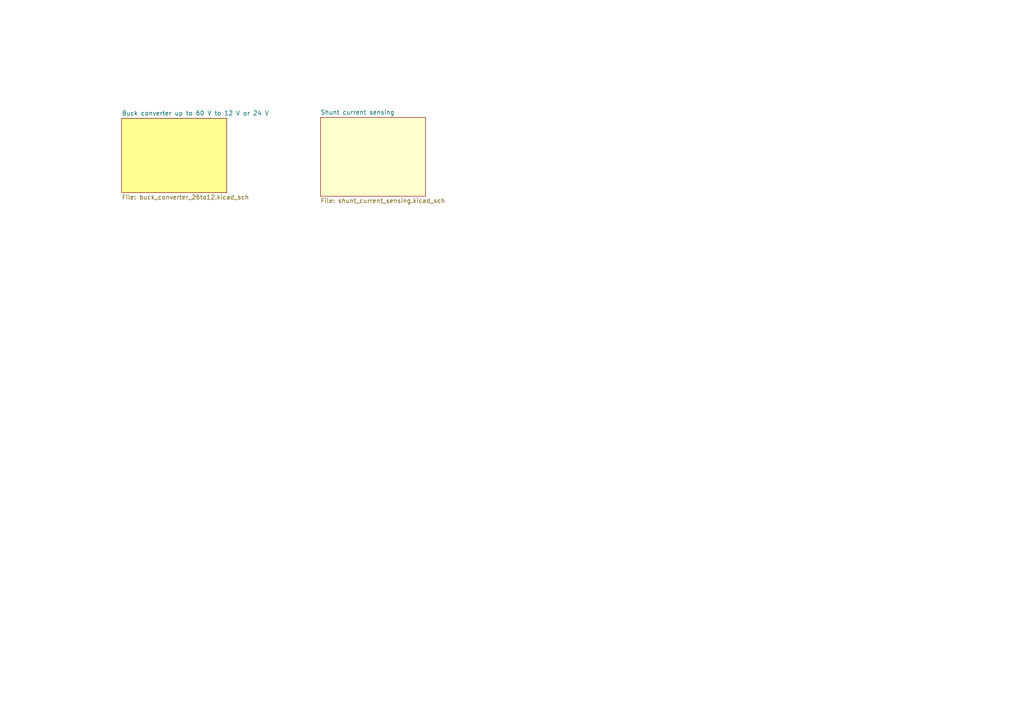
<source format=kicad_sch>
(kicad_sch
	(version 20250114)
	(generator "eeschema")
	(generator_version "9.0")
	(uuid "191c99b0-b7e9-4e50-9650-4c449c296025")
	(paper "A4")
	(lib_symbols)
	(sheet
		(at 92.964 34.036)
		(size 30.48 22.86)
		(exclude_from_sim no)
		(in_bom yes)
		(on_board yes)
		(dnp no)
		(fields_autoplaced yes)
		(stroke
			(width 0.1524)
			(type solid)
		)
		(fill
			(color 255 255 204 1.0000)
		)
		(uuid "42c2885b-6602-4edc-b7a4-797b989e1ead")
		(property "Sheetname" "Shunt current sensing"
			(at 92.964 33.3244 0)
			(effects
				(font
					(size 1.27 1.27)
				)
				(justify left bottom)
			)
		)
		(property "Sheetfile" "shunt_current_sensing.kicad_sch"
			(at 92.964 57.4806 0)
			(effects
				(font
					(size 1.27 1.27)
				)
				(justify left top)
			)
		)
		(instances
			(project "KICAD_blocks"
				(path "/191c99b0-b7e9-4e50-9650-4c449c296025"
					(page "3")
				)
			)
		)
	)
	(sheet
		(at 35.306 34.29)
		(size 30.48 21.59)
		(exclude_from_sim no)
		(in_bom yes)
		(on_board yes)
		(dnp no)
		(fields_autoplaced yes)
		(stroke
			(width 0.1524)
			(type solid)
		)
		(fill
			(color 254 255 145 1.0000)
		)
		(uuid "51ffc905-d8ea-46cf-b8aa-7b2eb6a6b2b2")
		(property "Sheetname" "Buck converter up to 60 V to 12 V or 24 V"
			(at 35.306 33.5784 0)
			(effects
				(font
					(size 1.27 1.27)
				)
				(justify left bottom)
			)
		)
		(property "Sheetfile" "buck_converter_26to12.kicad_sch"
			(at 35.306 56.4646 0)
			(effects
				(font
					(size 1.27 1.27)
				)
				(justify left top)
			)
		)
		(instances
			(project "KICAD_blocks"
				(path "/191c99b0-b7e9-4e50-9650-4c449c296025"
					(page "2")
				)
			)
		)
	)
	(sheet_instances
		(path "/"
			(page "1")
		)
	)
	(embedded_fonts no)
)

</source>
